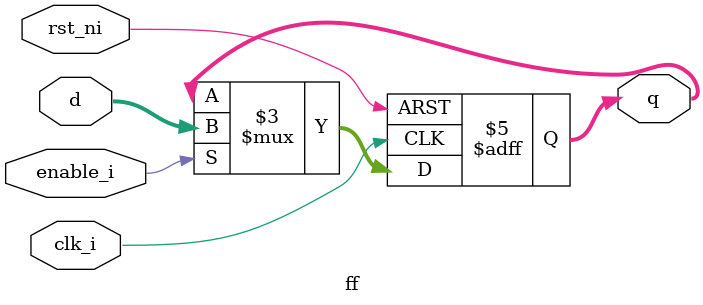
<source format=sv>

module ff #( 
    parameter int unsigned WIDTH = 32
) (
    input  logic                    clk_i,
    input  logic                    rst_ni,
    input  logic                    enable_i,
    input  logic    [WIDTH-1:0]     d,
    output logic    [WIDTH-1:0]     q
);

    always_ff @( posedge clk_i, negedge rst_ni  ) begin : flip_flop
        if(~rst_ni)
            q <= '0;
        else if(enable_i)
            q <= d;
    end

endmodule
</source>
